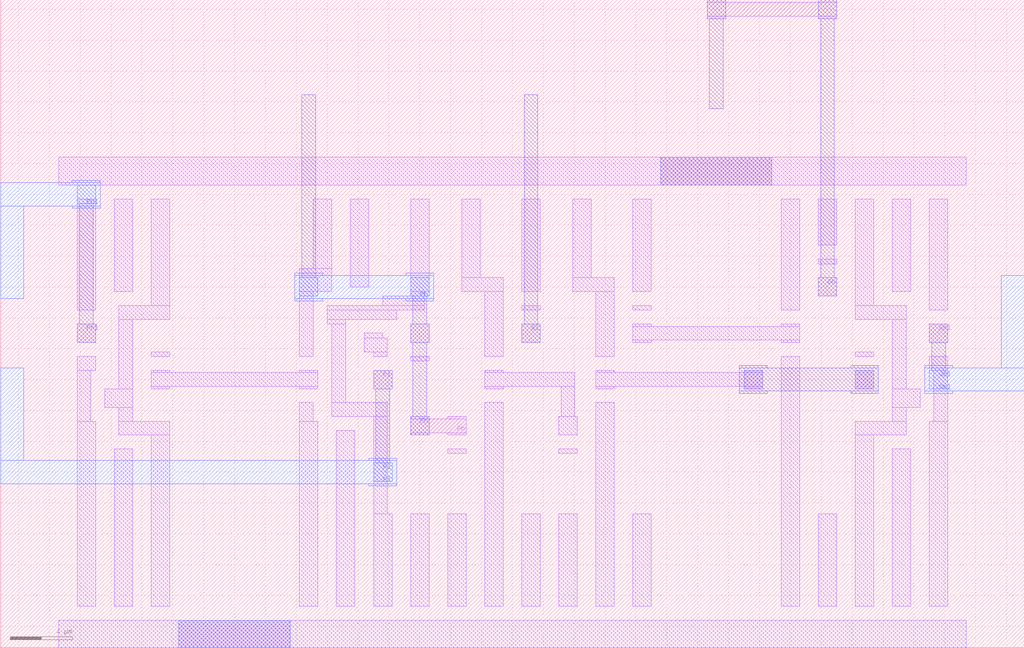
<source format=lef>
VERSION 5.3 ;
   NAMESCASESENSITIVE ON ;
   NOWIREEXTENSIONATPIN ON ;
   DIVIDERCHAR "/" ;
   BUSBITCHARS "[]" ;
UNITS
   DATABASE MICRONS 1000 ;
END UNITS

MACRO dot
   CLASS BLOCK ;
   FOREIGN dot ;
   ORIGIN 3.1500 -0.6000 ;
   SIZE 66.3000 BY 42.0000 ;
   PIN Gh
      PORT
         LAYER metal1 ;
	    RECT 42.6000 42.4500 43.8000 42.6000 ;
	    RECT 49.8000 42.4500 51.0000 42.6000 ;
	    RECT 42.6000 41.5500 51.0000 42.4500 ;
	    RECT 42.6000 41.4000 43.8000 41.5500 ;
	    RECT 49.8000 41.4000 51.0000 41.5500 ;
	    RECT 49.8000 23.4000 51.0000 24.6000 ;
         LAYER metal2 ;
	    RECT 42.6000 41.4000 43.8000 42.6000 ;
	    RECT 49.8000 41.4000 51.0000 42.6000 ;
	    RECT 42.7500 35.5500 43.6500 41.4000 ;
	    RECT 49.9500 24.6000 50.8500 41.4000 ;
	    RECT 49.8000 23.4000 51.0000 24.6000 ;
      END
   END Gh
   PIN Ph
      PORT
         LAYER metal1 ;
	    RECT 23.4000 20.4000 24.6000 21.6000 ;
	    RECT 23.4000 15.4500 24.6000 15.6000 ;
	    RECT 25.8000 15.4500 27.0000 15.6000 ;
	    RECT 23.4000 14.5500 27.0000 15.4500 ;
	    RECT 23.4000 14.4000 24.6000 14.5500 ;
	    RECT 25.8000 14.4000 27.0000 14.5500 ;
         LAYER metal2 ;
	    RECT 16.3500 24.6000 17.2500 36.4500 ;
	    RECT 16.2000 23.4000 17.4000 24.6000 ;
	    RECT 23.4000 23.4000 24.6000 24.6000 ;
	    RECT 23.5500 21.6000 24.4500 23.4000 ;
	    RECT 23.4000 20.4000 24.6000 21.6000 ;
	    RECT 23.5500 15.6000 24.4500 20.4000 ;
	    RECT 23.4000 14.4000 24.6000 15.6000 ;
         LAYER metal3 ;
	    RECT 15.9000 24.7500 17.7000 24.9000 ;
	    RECT 23.1000 24.7500 24.9000 24.9000 ;
	    RECT 15.9000 23.2500 24.9000 24.7500 ;
	    RECT 15.9000 23.1000 17.7000 23.2500 ;
	    RECT 23.1000 23.1000 24.9000 23.2500 ;
      END
   END Ph
   PIN Gl
      PORT
         LAYER metal1 ;
	    RECT 30.6000 20.4000 31.8000 21.6000 ;
         LAYER metal2 ;
	    RECT 30.7500 21.6000 31.6500 36.4500 ;
	    RECT 30.6000 20.4000 31.8000 21.6000 ;
      END
   END Gl
   PIN Pl
      PORT
         LAYER metal1 ;
	    RECT 21.0000 17.4000 22.2000 18.6000 ;
         LAYER metal2 ;
	    RECT 21.0000 17.4000 22.2000 18.6000 ;
	    RECT 21.1500 12.6000 22.0500 17.4000 ;
	    RECT 21.0000 11.4000 22.2000 12.6000 ;
         LAYER metal3 ;
	    RECT -3.1500 12.7500 -1.6500 18.7500 ;
	    RECT 20.7000 12.7500 22.5000 12.9000 ;
	    RECT -3.1500 11.2500 22.5000 12.7500 ;
	    RECT 20.7000 11.1000 22.5000 11.2500 ;
      END
   END Pl
   PIN Ghl
      PORT
         LAYER metal1 ;
	    RECT 57.0000 20.4000 58.2000 21.6000 ;
         LAYER metal2 ;
	    RECT 57.0000 20.4000 58.2000 21.6000 ;
	    RECT 57.1500 18.6000 58.0500 20.4000 ;
	    RECT 57.0000 17.4000 58.2000 18.6000 ;
         LAYER metal3 ;
	    RECT 56.7000 18.7500 58.5000 18.9000 ;
	    RECT 61.6500 18.7500 63.1500 24.7500 ;
	    RECT 56.7000 17.2500 63.1500 18.7500 ;
	    RECT 56.7000 17.1000 58.5000 17.2500 ;
      END
   END Ghl
   PIN Phl
      PORT
         LAYER metal1 ;
	    RECT 1.8000 20.4000 3.0000 21.6000 ;
         LAYER metal2 ;
	    RECT 1.8000 29.4000 3.0000 30.6000 ;
	    RECT 1.9500 21.6000 2.8500 29.4000 ;
	    RECT 1.8000 20.4000 3.0000 21.6000 ;
         LAYER metal3 ;
	    RECT 1.5000 30.7500 3.3000 30.9000 ;
	    RECT -3.1500 29.2500 3.3000 30.7500 ;
	    RECT -3.1500 23.2500 -1.6500 29.2500 ;
	    RECT 1.5000 29.1000 3.3000 29.2500 ;
      END
   END Phl
   OBS
         LAYER metal1 ;
	    RECT 0.6000 30.6000 59.4000 32.4000 ;
	    RECT 1.8000 22.5000 3.0000 29.7000 ;
	    RECT 4.2000 23.7000 5.4000 29.7000 ;
	    RECT 6.6000 22.8000 7.8000 29.7000 ;
	    RECT 17.1000 25.2000 18.3000 29.7000 ;
	    RECT 4.5000 21.9000 7.8000 22.8000 ;
	    RECT 16.2000 23.7000 18.3000 25.2000 ;
	    RECT 19.5000 24.0000 20.7000 29.7000 ;
	    RECT 23.4000 23.7000 24.6000 29.7000 ;
	    RECT 26.7000 24.6000 27.9000 29.7000 ;
	    RECT 26.7000 23.7000 29.4000 24.6000 ;
	    RECT 30.6000 23.7000 31.8000 29.7000 ;
	    RECT 33.9000 24.6000 35.1000 29.7000 ;
	    RECT 33.9000 23.7000 36.6000 24.6000 ;
	    RECT 37.8000 23.7000 39.0000 29.7000 ;
	    RECT 1.8000 18.6000 3.0000 19.5000 ;
	    RECT 1.8000 15.3000 2.7000 18.6000 ;
	    RECT 4.5000 17.4000 5.4000 21.9000 ;
	    RECT 6.6000 19.5000 7.8000 19.8000 ;
	    RECT 16.2000 19.5000 17.1000 23.7000 ;
	    RECT 23.4000 23.4000 24.3000 23.7000 ;
	    RECT 21.6000 22.8000 24.3000 23.4000 ;
	    RECT 18.0000 22.5000 24.3000 22.8000 ;
	    RECT 18.0000 21.9000 22.5000 22.5000 ;
	    RECT 18.0000 21.6000 19.2000 21.9000 ;
	    RECT 6.6000 18.4500 7.8000 18.6000 ;
	    RECT 16.2000 18.4500 17.4000 18.6000 ;
	    RECT 6.6000 17.5500 17.4000 18.4500 ;
	    RECT 6.6000 17.4000 7.8000 17.5500 ;
	    RECT 16.2000 17.4000 17.4000 17.5500 ;
	    RECT 3.6000 16.2000 5.4000 17.4000 ;
	    RECT 18.3000 16.5000 19.2000 21.6000 ;
	    RECT 20.4000 20.7000 21.6000 21.0000 ;
	    RECT 20.4000 19.8000 21.9000 20.7000 ;
	    RECT 21.0000 19.5000 21.9000 19.8000 ;
	    RECT 28.2000 19.5000 29.4000 23.7000 ;
	    RECT 30.6000 22.5000 31.8000 22.8000 ;
	    RECT 35.4000 19.5000 36.6000 23.7000 ;
	    RECT 37.8000 22.5000 39.0000 22.8000 ;
	    RECT 47.4000 22.5000 48.6000 29.7000 ;
	    RECT 49.8000 26.7000 51.0000 29.7000 ;
	    RECT 49.8000 25.5000 51.0000 25.8000 ;
	    RECT 52.2000 22.8000 53.4000 29.7000 ;
	    RECT 54.6000 23.7000 55.8000 29.7000 ;
	    RECT 52.2000 21.9000 55.5000 22.8000 ;
	    RECT 57.0000 22.5000 58.2000 29.7000 ;
	    RECT 37.8000 21.4500 39.0000 21.6000 ;
	    RECT 47.4000 21.4500 48.6000 21.6000 ;
	    RECT 37.8000 20.5500 48.6000 21.4500 ;
	    RECT 37.8000 20.4000 39.0000 20.5500 ;
	    RECT 47.4000 20.4000 48.6000 20.5500 ;
	    RECT 52.2000 19.5000 53.4000 19.8000 ;
	    RECT 23.4000 19.2000 24.6000 19.5000 ;
	    RECT 28.2000 18.4500 29.4000 18.6000 ;
	    RECT 35.4000 18.4500 36.6000 18.6000 ;
	    RECT 45.0000 18.4500 46.2000 18.6000 ;
	    RECT 28.2000 17.5500 34.0500 18.4500 ;
	    RECT 28.2000 17.4000 29.4000 17.5500 ;
	    RECT 4.5000 15.3000 5.4000 16.2000 ;
	    RECT 16.2000 15.3000 17.1000 16.5000 ;
	    RECT 18.3000 15.6000 21.9000 16.5000 ;
	    RECT 1.8000 3.3000 3.0000 15.3000 ;
	    RECT 4.5000 14.4000 7.8000 15.3000 ;
	    RECT 4.2000 3.3000 5.4000 13.5000 ;
	    RECT 6.6000 3.3000 7.8000 14.4000 ;
	    RECT 16.2000 3.3000 17.4000 15.3000 ;
	    RECT 18.6000 3.3000 19.8000 14.7000 ;
	    RECT 21.0000 9.3000 21.9000 15.6000 ;
	    RECT 25.8000 13.2000 27.0000 13.5000 ;
	    RECT 21.0000 3.3000 22.2000 9.3000 ;
	    RECT 23.4000 3.3000 24.6000 9.3000 ;
	    RECT 25.8000 3.3000 27.0000 9.3000 ;
	    RECT 28.2000 3.3000 29.4000 16.5000 ;
	    RECT 33.1500 15.6000 34.0500 17.5500 ;
	    RECT 35.4000 17.5500 46.2000 18.4500 ;
	    RECT 35.4000 17.4000 36.6000 17.5500 ;
	    RECT 45.0000 17.4000 46.2000 17.5500 ;
	    RECT 33.0000 14.4000 34.2000 15.6000 ;
	    RECT 33.0000 13.2000 34.2000 13.5000 ;
	    RECT 30.6000 3.3000 31.8000 9.3000 ;
	    RECT 33.0000 3.3000 34.2000 9.3000 ;
	    RECT 35.4000 3.3000 36.6000 16.5000 ;
	    RECT 37.8000 3.3000 39.0000 9.3000 ;
	    RECT 47.4000 3.3000 48.6000 19.5000 ;
	    RECT 52.2000 17.4000 53.4000 18.6000 ;
	    RECT 54.6000 17.4000 55.5000 21.9000 ;
	    RECT 57.0000 18.6000 58.2000 19.5000 ;
	    RECT 54.6000 16.2000 56.4000 17.4000 ;
	    RECT 54.6000 15.3000 55.5000 16.2000 ;
	    RECT 57.3000 15.3000 58.2000 18.6000 ;
	    RECT 52.2000 14.4000 55.5000 15.3000 ;
	    RECT 49.8000 3.3000 51.0000 9.3000 ;
	    RECT 52.2000 3.3000 53.4000 14.4000 ;
	    RECT 54.6000 3.3000 55.8000 13.5000 ;
	    RECT 57.0000 3.3000 58.2000 15.3000 ;
	    RECT 0.6000 0.6000 59.4000 2.4000 ;
         LAYER metal2 ;
	    RECT 39.6000 30.6000 46.8000 32.4000 ;
	    RECT 45.0000 17.4000 46.2000 18.6000 ;
	    RECT 52.2000 17.4000 53.4000 18.6000 ;
	    RECT 8.4000 0.6000 15.6000 2.4000 ;
         LAYER metal3 ;
	    RECT 39.6000 30.6000 46.8000 32.4000 ;
	    RECT 44.7000 18.7500 46.5000 18.9000 ;
	    RECT 51.9000 18.7500 53.7000 18.9000 ;
	    RECT 44.7000 17.2500 53.7000 18.7500 ;
	    RECT 44.7000 17.1000 46.5000 17.2500 ;
	    RECT 51.9000 17.1000 53.7000 17.2500 ;
	    RECT 8.4000 0.6000 15.6000 2.4000 ;
   END
END dot

</source>
